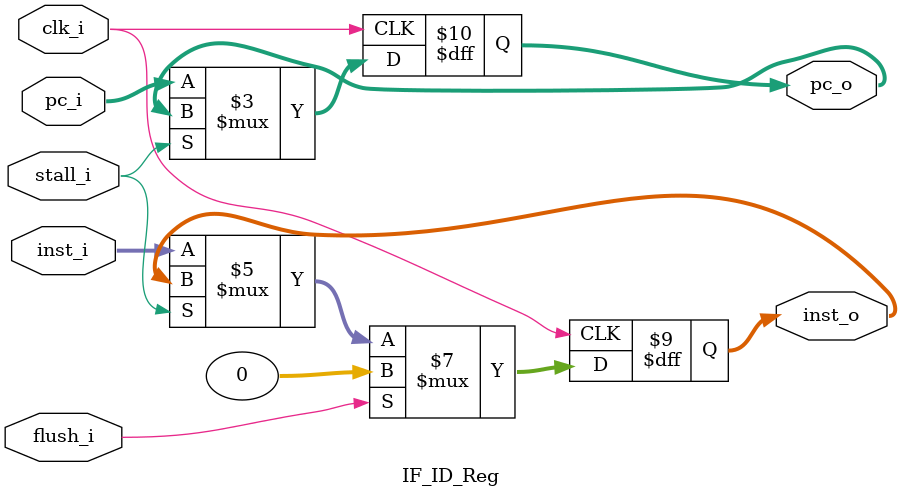
<source format=v>
module IF_ID_Reg(
    clk_i,     
    inst_i,   
    pc_i,
    stall_i, 
    flush_i,  
    inst_o, 
    pc_o,
);

input clk_i;
input [31:0] 	inst_i;
input [31:0] 	pc_i;
input stall_i;
input flush_i;

output reg [31:0] 	inst_o;
output reg [31:0] 	pc_o;


always@(posedge clk_i)	begin
	if (~stall_i)begin
		inst_o <= inst_i;
		pc_o <= pc_i;
	end
    if (flush_i)begin
        inst_o <= 32'd0;
    end
end 

endmodule
</source>
